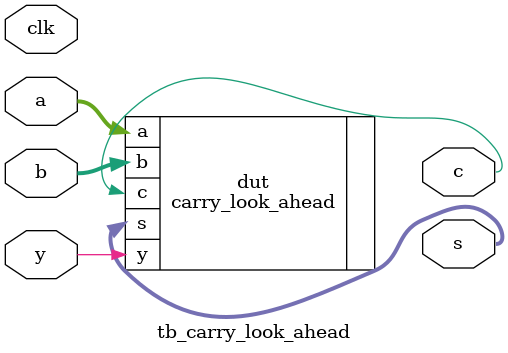
<source format=v>
`default_nettype none
`timescale 1ns/1ps

/*
this testbench just instantiates the module and makes some convenient wires
that can be driven / tested by the cocotb test.py
*/

module tb_carry_look_ahead #(
    parameter	WIDTH = 3
) (
    // testbench is controlled by test.py
    input			clk,

    input	[WIDTH-1:0]	a,
    input	[WIDTH-1:0]	b,
    input			y,

    output			c,
    output	[WIDTH-1:0]	s
);

    // this part dumps the trace to a vcd file that can be viewed with GTKWave
    initial begin
        $dumpfile ("tb_carry_look_ahead.vcd");
        $dumpvars (0, tb_carry_look_ahead);
        #1;
    end

    // instantiate the DUT
    carry_look_ahead #(
        .WIDTH(WIDTH)
    ) dut (
`ifdef GL_TEST
        .vccd1( 1'b1),
        .vssd1( 1'b0),
`endif
        .a  (a),
        .b  (b),
        .y  (y),
        .c  (c),
        .s  (s)
    );

endmodule

</source>
